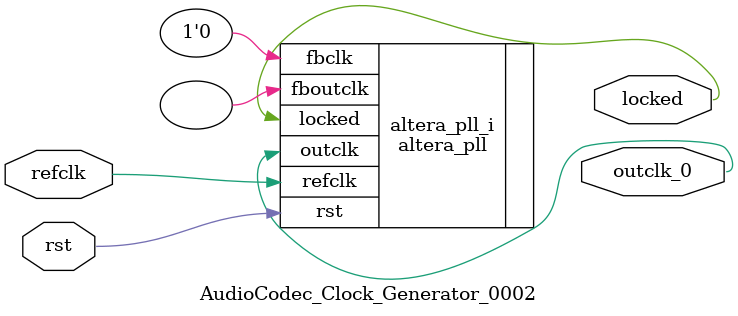
<source format=v>
`timescale 1ns/10ps
module  AudioCodec_Clock_Generator_0002(

	// interface 'refclk'
	input wire refclk,

	// interface 'reset'
	input wire rst,

	// interface 'outclk0'
	output wire outclk_0,

	// interface 'locked'
	output wire locked
);

	altera_pll #(
		.fractional_vco_multiplier("true"),
		.reference_clock_frequency("50.0 MHz"),
		.operation_mode("direct"),
		.number_of_clocks(1),
		.output_clock_frequency0("18.432000 MHz"),
		.phase_shift0("0 ps"),
		.duty_cycle0(50),
		.output_clock_frequency1("0 MHz"),
		.phase_shift1("0 ps"),
		.duty_cycle1(50),
		.output_clock_frequency2("0 MHz"),
		.phase_shift2("0 ps"),
		.duty_cycle2(50),
		.output_clock_frequency3("0 MHz"),
		.phase_shift3("0 ps"),
		.duty_cycle3(50),
		.output_clock_frequency4("0 MHz"),
		.phase_shift4("0 ps"),
		.duty_cycle4(50),
		.output_clock_frequency5("0 MHz"),
		.phase_shift5("0 ps"),
		.duty_cycle5(50),
		.output_clock_frequency6("0 MHz"),
		.phase_shift6("0 ps"),
		.duty_cycle6(50),
		.output_clock_frequency7("0 MHz"),
		.phase_shift7("0 ps"),
		.duty_cycle7(50),
		.output_clock_frequency8("0 MHz"),
		.phase_shift8("0 ps"),
		.duty_cycle8(50),
		.output_clock_frequency9("0 MHz"),
		.phase_shift9("0 ps"),
		.duty_cycle9(50),
		.output_clock_frequency10("0 MHz"),
		.phase_shift10("0 ps"),
		.duty_cycle10(50),
		.output_clock_frequency11("0 MHz"),
		.phase_shift11("0 ps"),
		.duty_cycle11(50),
		.output_clock_frequency12("0 MHz"),
		.phase_shift12("0 ps"),
		.duty_cycle12(50),
		.output_clock_frequency13("0 MHz"),
		.phase_shift13("0 ps"),
		.duty_cycle13(50),
		.output_clock_frequency14("0 MHz"),
		.phase_shift14("0 ps"),
		.duty_cycle14(50),
		.output_clock_frequency15("0 MHz"),
		.phase_shift15("0 ps"),
		.duty_cycle15(50),
		.output_clock_frequency16("0 MHz"),
		.phase_shift16("0 ps"),
		.duty_cycle16(50),
		.output_clock_frequency17("0 MHz"),
		.phase_shift17("0 ps"),
		.duty_cycle17(50),
		.pll_type("General"),
		.pll_subtype("General")
	) altera_pll_i (
		.rst	(rst),
		.outclk	({outclk_0}),
		.locked	(locked),
		.fboutclk	( ),
		.fbclk	(1'b0),
		.refclk	(refclk)
	);
endmodule


</source>
